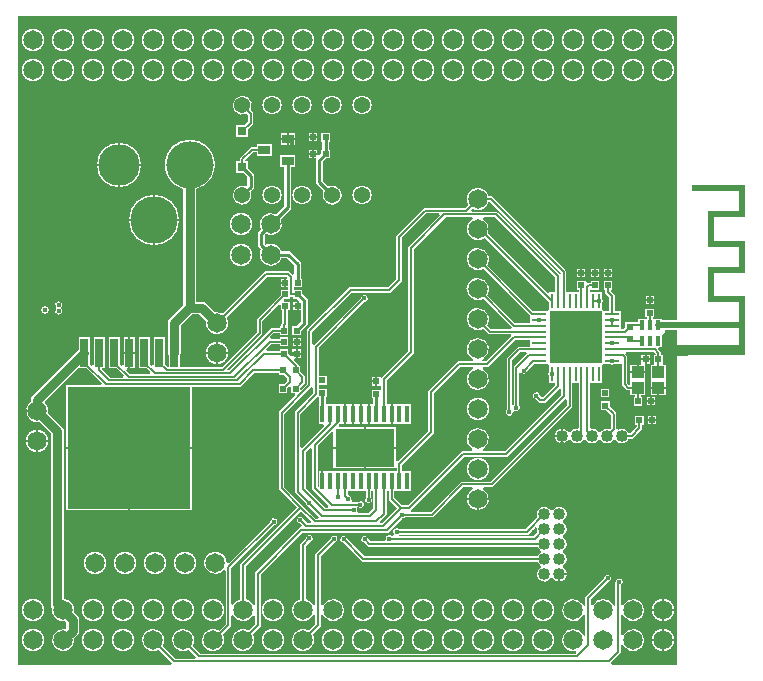
<source format=gtl>
G04 ================== begin FILE IDENTIFICATION RECORD ==================*
G04 Layout Name:  BBB_CAPE_PCB_AN_V_1_1.brd*
G04 Film Name:    TOP*
G04 File Format:  Gerber RS274X*
G04 File Origin:  Cadence Allegro 16.6-2015-S056*
G04 Origin Date:  Tue May 17 20:29:37 2016*
G04 *
G04 Layer:  VIA CLASS/TOP*
G04 Layer:  PIN/TOP*
G04 Layer:  ETCH/TOP*
G04 *
G04 Offset:    (0.00 0.00)*
G04 Mirror:    No*
G04 Mode:      Positive*
G04 Rotation:  0*
G04 FullContactRelief:  No*
G04 UndefLineWidth:     5.00*
G04 ================== end FILE IDENTIFICATION RECORD ====================*
%FSLAX25Y25*MOIN*%
%IR0*IPPOS*OFA0.00000B0.00000*MIA0B0*SFA1.00000B1.00000*%
%ADD23C,.04*%
%ADD11C,.015*%
%ADD16C,.054*%
%ADD10C,.065*%
%ADD30R,.02X.02*%
%ADD24R,.01X.05*%
%ADD17R,.03X.03*%
%ADD26R,.05X.01*%
%ADD27R,.04X.04*%
%ADD12R,.41X.406*%
%ADD28R,.016X.032*%
%ADD21R,.04X.0315*%
%ADD29R,.035X.035*%
%ADD18R,.014X.058*%
%ADD20R,.019X.019*%
%ADD19R,.019X.019*%
%ADD22R,.198X.128*%
%ADD13R,.029X.093*%
%ADD14C,.1378*%
%ADD25R,.17323X.17323*%
%ADD15C,.15748*%
%ADD31C,.01*%
%ADD32C,.02*%
%ADD33C,.03*%
%ADD34C,.035*%
%ADD35C,.005*%
%ADD36C,.006*%
%ADD37C,.008*%
%ADD39C,.02504*%
%ADD43C,.06404*%
%ADD38C,.07504*%
%ADD44R,.05004X.04152*%
%ADD41C,.16752*%
%ADD42R,.02904X.02904*%
%ADD40C,.14784*%
G75*
%LPD*%
G75*
G36*
G01X611301Y1592401D02*
Y1808699D01*
X831000D01*
Y1707202D01*
X825802D01*
Y1707702D01*
X822802D01*
Y1708248D01*
X823252D01*
Y1711152D01*
X820348D01*
Y1708248D01*
X820998D01*
Y1707702D01*
X817998D01*
Y1706602D01*
X815185D01*
X815135Y1706552D01*
X813648D01*
Y1705065D01*
X813053Y1704470D01*
X812252D01*
Y1710376D01*
X810102D01*
Y1715753D01*
X808752Y1717103D01*
Y1717448D01*
X809352D01*
Y1720352D01*
X806448D01*
Y1717448D01*
X807048D01*
Y1716397D01*
X808398Y1715047D01*
Y1710376D01*
X806263D01*
Y1710663D01*
X805976D01*
Y1712899D01*
G03Y1714401I-1002J751D01*
G01Y1716652D01*
X801888D01*
Y1717448D01*
X805052D01*
Y1720352D01*
X802148D01*
Y1719752D01*
X801092D01*
G02X800452Y1720071I-240J319D01*
G01Y1720352D01*
X797548D01*
Y1717448D01*
X798148D01*
Y1716652D01*
X794064D01*
Y1723610D01*
X769173Y1748502D01*
X768145D01*
X768103Y1748646D01*
G03X761213Y1745792I-3603J-1045D01*
G01X761285Y1745660D01*
X760327Y1744702D01*
X746527D01*
X737298Y1735473D01*
Y1720973D01*
X734527Y1718202D01*
X721727D01*
X707498Y1703973D01*
Y1685971D01*
X705593Y1684066D01*
G02X705252Y1684207I-141J141D01*
G01Y1684577D01*
X706952Y1686278D01*
Y1688722D01*
X705351Y1690323D01*
Y1691952D01*
X704802D01*
Y1692473D01*
X703309Y1693966D01*
G02X703592Y1694648I283J282D01*
G01X705552D01*
Y1697552D01*
X702648D01*
Y1695592D01*
G02X701966Y1695309I-400J0D01*
G01X701351Y1695923D01*
Y1697552D01*
X698448D01*
Y1697002D01*
X694242D01*
G02X693959Y1697684I0J400D01*
G01X695473Y1699198D01*
X698448D01*
Y1698648D01*
X701352D01*
Y1701552D01*
X698448D01*
Y1701002D01*
X695542D01*
G02X695259Y1701684I0J400D01*
G01X696473Y1702898D01*
X698448D01*
Y1702348D01*
X701352D01*
Y1705252D01*
X701225D01*
X701123Y1705498D01*
X701202Y1705577D01*
Y1710548D01*
X701752D01*
Y1713452D01*
X700092D01*
G02X699809Y1714134I0J400D01*
G01X700123Y1714448D01*
X701752D01*
Y1714998D01*
X703048D01*
Y1714448D01*
X704394D01*
X704708Y1714134D01*
G02X704425Y1713452I-283J-282D01*
G01X703048D01*
Y1710548D01*
X705550D01*
Y1706807D01*
X703994Y1705252D01*
X702648D01*
Y1702348D01*
X705552D01*
Y1703694D01*
X707752Y1705895D01*
Y1714205D01*
X705952Y1716006D01*
Y1717352D01*
X703202D01*
Y1718248D01*
X705952D01*
Y1721152D01*
X705602D01*
Y1726456D01*
X701856Y1730202D01*
X699087D01*
G03X693869Y1732479I-3587J-1102D01*
G01X693741Y1732417D01*
X693454Y1732704D01*
Y1735696D01*
X693741Y1735983D01*
X693869Y1735921D01*
G03X698879Y1740931I1631J3379D01*
G01X698817Y1741059D01*
X702240Y1744482D01*
Y1758204D01*
X703640D01*
Y1762356D01*
X698636D01*
Y1758204D01*
X700036D01*
Y1745394D01*
X697257Y1742615D01*
G03X692121Y1737669I-1757J-3315D01*
G01X692183Y1737541D01*
X691250Y1736608D01*
Y1731792D01*
X692183Y1730859D01*
X692121Y1730731D01*
G03X699087Y1727998I3380J-1630D01*
G01X700944D01*
X703398Y1725544D01*
Y1722642D01*
G02X702716Y1722359I-400J0D01*
G01X701473Y1723602D01*
X693627D01*
X679540Y1709515D01*
X679408Y1709587D01*
G03X676988Y1710002I-1809J-3287D01*
G01X676887Y1709985D01*
X673442Y1713430D01*
X670612D01*
Y1750996D01*
G03X666410I-2101J8108D01*
G01Y1712381D01*
X661298Y1707270D01*
Y1696350D01*
G03X661435Y1695604I2102J0D01*
G01X661448Y1695569D01*
Y1691702D01*
X661123D01*
X660352Y1692473D01*
Y1701502D01*
X656448D01*
Y1692342D01*
G02X655766Y1692059I-400J0D01*
G01X655352Y1692473D01*
Y1701502D01*
X651448D01*
Y1691198D01*
X654077D01*
X655291Y1689984D01*
G02X655008Y1689302I-283J-282D01*
G01X648523D01*
X647309Y1690516D01*
G02X647592Y1691198I283J282D01*
G01X650352D01*
Y1701502D01*
X646448D01*
Y1692342D01*
G02X645766Y1692059I-400J0D01*
G01X645352Y1692473D01*
Y1701502D01*
X641448D01*
Y1691198D01*
X644077D01*
X646491Y1688784D01*
G02X646208Y1688102I-283J-282D01*
G01X642073D01*
X639302Y1690873D01*
Y1691198D01*
X640352D01*
Y1701502D01*
X636448D01*
Y1692342D01*
G02X635766Y1692059I-400J0D01*
G01X635352Y1692473D01*
Y1695569D01*
X635365Y1695604D01*
G03Y1697096I-1965J746D01*
G01X635352Y1697131D01*
Y1701502D01*
X631448D01*
Y1697370D01*
X615598Y1681520D01*
Y1680008D01*
G03X618312Y1673198I2102J-3108D01*
G01X618413Y1673215D01*
X622298Y1669330D01*
Y1611630D01*
X622615Y1611313D01*
X622598Y1611212D01*
G03X626912Y1606898I3702J-612D01*
G01X627013Y1606915D01*
X627346Y1606582D01*
Y1604618D01*
X627013Y1604285D01*
X626912Y1604302D01*
G03X630002Y1601212I-612J-3702D01*
G01X629985Y1601313D01*
X631550Y1602878D01*
Y1608322D01*
X629985Y1609887D01*
X630002Y1609988D01*
G03X626681Y1614333I-3702J612D01*
G01X626502Y1614351D01*
Y1671070D01*
X621385Y1676187D01*
X621402Y1676288D01*
G03X620255Y1679647I-3702J611D01*
G02X620245Y1680223I273J293D01*
G01X631220Y1691198D01*
X634077D01*
X639091Y1686184D01*
G02X638808Y1685502I-283J-282D01*
G01X627398D01*
Y1643898D01*
X669402D01*
Y1685098D01*
X685473D01*
X689973Y1689598D01*
X698248D01*
Y1689048D01*
X699877D01*
X700950Y1687976D01*
Y1687024D01*
X699777Y1685852D01*
X698148D01*
Y1682948D01*
X701052D01*
Y1684577D01*
X701666Y1685191D01*
G02X702348Y1684908I282J-283D01*
G01Y1682948D01*
X703510D01*
G02X703793Y1682266I0J-400D01*
G01X698198Y1676671D01*
Y1651027D01*
X704275Y1644950D01*
X685398Y1626073D01*
Y1614245D01*
X685254Y1614203D01*
G03X683048Y1612472I1045J-3603D01*
G02X682302Y1612671I-346J200D01*
G01Y1624527D01*
X696571Y1638796D01*
X696645Y1638802D01*
G03X695302Y1640145I-95J1248D01*
G01X695296Y1640071D01*
X681434Y1626209D01*
G02X680751Y1626483I-283J283D01*
G03X679800Y1623903I-3751J-83D01*
G02X680498Y1623636I298J-267D01*
G01Y1606073D01*
X678240Y1603815D01*
X678108Y1603887D01*
G03X679587Y1602408I-1808J-3287D01*
G01X679515Y1602540D01*
X682302Y1605327D01*
Y1608529D01*
G02X683048Y1608728I400J-1D01*
G03X689552I3252J1872D01*
G02X690298Y1608529I346J-200D01*
G01Y1605873D01*
X688240Y1603815D01*
X688108Y1603887D01*
G03X689587Y1602408I-1808J-3287D01*
G01X689515Y1602540D01*
X692102Y1605127D01*
Y1622427D01*
X706073Y1636398D01*
X734573D01*
X739321Y1641146D01*
X739395Y1641152D01*
G03X740169Y1641498I-94J1249D01*
G01X749673D01*
X759773Y1651598D01*
X762429D01*
G02X762628Y1650852I-1J-400D01*
G03X766372I1872J-3252D01*
G02X766571Y1651598I200J346D01*
G01X769473D01*
X796034Y1678159D01*
Y1686348D01*
X798216D01*
Y1671552D01*
G02X797781Y1671153I-400J-1D01*
G03X795406Y1669931I-220J-2492D01*
G02X794716I-345J204D01*
G03Y1667391I-2155J-1270D01*
G02X795406I345J-204D01*
G03X799716I2155J1270D01*
G02X800406I345J-204D01*
G03X804716I2155J1270D01*
G02X805406I345J-204D01*
G03X809716I2155J1270D01*
G02X810406I345J-204D01*
G03X814895Y1667760I2155J1270D01*
G01X816134D01*
X819302Y1670927D01*
Y1672448D01*
X819852D01*
Y1675352D01*
X816948D01*
Y1672448D01*
X817498D01*
Y1671673D01*
X815388Y1669562D01*
X814895D01*
G03X811281Y1670811I-2334J-901D01*
G02X810676Y1671155I-205J344D01*
G01Y1676328D01*
X808452Y1678553D01*
Y1680252D01*
X805548D01*
Y1677348D01*
X807247D01*
X808974Y1675622D01*
Y1671278D01*
X808625Y1670929D01*
X808502Y1670979D01*
G03X805406Y1669931I-941J-2318D01*
G02X804716I-345J204D01*
G03X802326Y1671152I-2156J-1270D01*
G02X801888Y1671550I-38J398D01*
G01Y1686348D01*
X805976D01*
Y1692337D01*
X806263D01*
Y1692624D01*
X808499D01*
G03X810001I751J1002D01*
G01X812648D01*
Y1685547D01*
X814347Y1683848D01*
X815398D01*
Y1682198D01*
X817048D01*
Y1681652D01*
X816448D01*
Y1678748D01*
X819352D01*
Y1681652D01*
X818752D01*
Y1682198D01*
X820402D01*
Y1692748D01*
X821952D01*
Y1695652D01*
X819048D01*
Y1692402D01*
X815398D01*
Y1685552D01*
X815053D01*
X814352Y1686253D01*
Y1695397D01*
X813719Y1696029D01*
G02X814002Y1696712I283J283D01*
G01X823134D01*
X823848Y1695997D01*
Y1695652D01*
X823248D01*
Y1692402D01*
X822198D01*
Y1682198D01*
X827202D01*
Y1692402D01*
X826152D01*
Y1695652D01*
X825552D01*
Y1696703D01*
X824639Y1697615D01*
G02X824922Y1698298I283J283D01*
G01X825802D01*
Y1702477D01*
X826798Y1703473D01*
Y1703627D01*
X826768Y1703657D01*
G02X826909Y1703998I141J141D01*
G01X831000D01*
Y1592401D01*
X809242D01*
G02X808959Y1593084I0J400D01*
G01X812202Y1596327D01*
Y1598713D01*
G02X812958Y1598895I400J0D01*
G03Y1602305I3342J1705D01*
G02X812202Y1602487I-356J182D01*
G01Y1608713D01*
G02X812958Y1608895I400J0D01*
G03Y1612305I3342J1705D01*
G02X812202Y1612487I-356J182D01*
G01Y1618871D01*
G03X810413Y1620095I-541J1129D01*
G01X810407Y1620021D01*
X810398Y1620012D01*
Y1612487D01*
G02X809642Y1612305I-400J0D01*
G03X802958I-3342J-1705D01*
G02X802202Y1612487I-356J182D01*
G01Y1614327D01*
X807821Y1619946D01*
X807895Y1619952D01*
G03X806552Y1621295I-95J1248D01*
G01X806546Y1621221D01*
X800398Y1615073D01*
Y1612487D01*
G02X799642Y1612305I-400J0D01*
G03Y1608895I-3342J-1705D01*
G02X800398Y1608713I356J-182D01*
G01Y1602487D01*
G02X799642Y1602305I-400J0D01*
G03X797006Y1596915I-3342J-1705D01*
G02X797365Y1596239I76J-393D01*
G01X797227Y1596102D01*
X672073D01*
X669515Y1598660D01*
X669587Y1598792D01*
G03X668108Y1597313I-3287J1808D01*
G01X668240Y1597385D01*
X670541Y1595084D01*
G02X670258Y1594402I-283J-282D01*
G01X663773D01*
X659515Y1598660D01*
X659587Y1598792D01*
G03X658108Y1597313I-3287J1808D01*
G01X658240Y1597385D01*
X662541Y1593084D01*
G02X662258Y1592401I-283J-283D01*
G01X611301D01*
G37*
G36*
G01X689552Y1612472D02*
G03X687346Y1614203I-3251J-1872D01*
G01X687202Y1614245D01*
Y1625327D01*
X705550Y1643675D01*
X709041Y1640184D01*
G02X708758Y1639502I-283J-282D01*
G01X707773D01*
X706654Y1640621D01*
X706648Y1640695D01*
G03X705305Y1639352I-1248J-95D01*
G01X705379Y1639346D01*
X705841Y1638884D01*
G02X705558Y1638202I-283J-282D01*
G01X705327D01*
X690298Y1623173D01*
Y1612671D01*
G02X689552Y1612472I-400J1D01*
G37*
G36*
G01X673915Y1707013D02*
X673898Y1706912D01*
G03X680887Y1708108I3702J-612D01*
G01X680815Y1708240D01*
X694373Y1721798D01*
X700727D01*
X701032Y1721493D01*
G02X700891Y1721152I-141J-141D01*
G01X698848D01*
Y1718248D01*
X701398D01*
Y1717352D01*
X698848D01*
Y1715723D01*
X690898Y1707773D01*
Y1703373D01*
X679227Y1691702D01*
X665352D01*
Y1695569D01*
X665365Y1695604D01*
G03X665502Y1696350I-1965J746D01*
G01Y1705530D01*
X669198Y1709226D01*
X671702D01*
X673915Y1707013D01*
G37*
G36*
G01X692702Y1702627D02*
Y1707027D01*
X698166Y1712491D01*
G02X698848Y1712208I282J-283D01*
G01Y1710548D01*
X699398D01*
Y1706323D01*
X698998Y1705923D01*
Y1705252D01*
X698448D01*
Y1704702D01*
X695727D01*
X681527Y1690502D01*
X681059D01*
G02X680918Y1690843I0J200D01*
G01X692702Y1702627D01*
G37*
G36*
G01X713773Y1644802D02*
X707202Y1651373D01*
Y1663198D01*
X708616Y1664612D01*
G02X709298Y1664329I282J-283D01*
G01Y1650979D01*
X714793Y1645484D01*
G02X714510Y1644802I-283J-282D01*
G01X713773D01*
G37*
G36*
G01X710673Y1641102D02*
X700002Y1651773D01*
Y1675925D01*
X709016Y1684939D01*
G02X709698Y1684656I282J-283D01*
G01Y1682873D01*
X703598Y1676773D01*
Y1649727D01*
X707146Y1646179D01*
X707152Y1646105D01*
G03X708305Y1644952I1248J95D01*
G01X708379Y1644946D01*
X711541Y1641784D01*
G02X711258Y1641102I-283J-282D01*
G01X710673D01*
G37*
G36*
G01X711182Y1651645D02*
X711102Y1651725D01*
Y1665400D01*
X715716Y1670014D01*
G02X716398Y1669731I282J-283D01*
G01Y1657898D01*
X737414D01*
Y1657102D01*
X711523D01*
Y1651787D01*
G02X711182Y1651645I-200J0D01*
G37*
G36*
G01X705402Y1664913D02*
Y1676027D01*
X711019Y1681644D01*
X711248Y1681548D01*
X711598D01*
Y1679302D01*
X711523D01*
Y1672498D01*
X712986D01*
G02X713269Y1671815I0J-400D01*
G01X706084Y1664630D01*
G02X705402Y1664913I-282J283D01*
G37*
G36*
G01X713826Y1679302D02*
Y1680256D01*
X713802Y1680281D01*
Y1681548D01*
X714152D01*
Y1684452D01*
X711502D01*
Y1685748D01*
X714152D01*
Y1688652D01*
X711502D01*
Y1698027D01*
X726721Y1713246D01*
X726795Y1713252D01*
G03X725452Y1714595I-95J1248D01*
G01X725446Y1714521D01*
X709984Y1699059D01*
G02X709302Y1699342I-282J283D01*
G01Y1703227D01*
X722473Y1716398D01*
X735273D01*
X739102Y1720227D01*
Y1734727D01*
X747273Y1742898D01*
X751556D01*
G02X751839Y1742216I0J-400D01*
G01X741398Y1731775D01*
Y1696973D01*
X732493Y1688068D01*
G02X732152Y1688209I-141J141D01*
G01Y1688352D01*
X729248D01*
Y1685448D01*
X732296D01*
Y1684152D01*
X729248D01*
Y1681248D01*
X729538D01*
Y1679302D01*
X713826D01*
G37*
G36*
G01X734856Y1647370D02*
X737625Y1644600D01*
X732527Y1639502D01*
X732142D01*
G02X731859Y1640184I0J400D01*
G01X734100Y1642425D01*
Y1650298D01*
X734856D01*
Y1647370D01*
G37*
G36*
G01X721304Y1648958D02*
Y1650298D01*
X727178D01*
Y1648269D01*
G03X728982I902J-869D01*
G01Y1650298D01*
X729738D01*
Y1644513D01*
X728126Y1642902D01*
X724640D01*
G02X724267Y1643446I0J400D01*
G03X724146Y1644589I-1167J454D01*
G02X724313Y1644898I167J109D01*
G01X724528D01*
X724584Y1644850D01*
G03X724531Y1646702I816J950D01*
G01X722740D01*
G02X722367Y1647246I0J400D01*
G03X721462Y1648924I-1167J454D01*
G01X721304Y1648958D01*
G37*
G36*
G01X739273Y1645502D02*
X736658Y1648116D01*
Y1650298D01*
X742077D01*
Y1657102D01*
X739218D01*
Y1659043D01*
X749802Y1669627D01*
Y1682827D01*
X758673Y1691698D01*
X762613D01*
G02X762795Y1690942I0J-400D01*
G03X766205I1705J-3342D01*
G02X766387Y1691698I182J356D01*
G01X767973D01*
X776873Y1700598D01*
X781948D01*
Y1698464D01*
X777890D01*
X774098Y1694673D01*
Y1677369D01*
G03X776250Y1676562I902J-869D01*
G02X776807Y1676949I400J19D01*
G03X778152Y1679018I494J1151D01*
G01Y1689394D01*
G02X778854Y1689656I400J0D01*
G03X781048Y1690381I946J820D01*
G01X781054Y1690455D01*
X783223Y1692624D01*
X787937D01*
Y1692337D01*
X788224D01*
Y1690101D01*
G03Y1688599I1002J-751D01*
G01Y1686348D01*
X790292D01*
Y1685667D01*
X786247Y1681622D01*
X785753D01*
X785254Y1682121D01*
X785248Y1682195D01*
G03X783905Y1680852I-1248J-95D01*
G01X783979Y1680846D01*
X785007Y1679818D01*
X786993D01*
X791579Y1684404D01*
G02X792262Y1684121I283J-283D01*
G01Y1682235D01*
X773628Y1663602D01*
X766571D01*
G02X766372Y1664348I1J400D01*
G03X762628I-1872J3252D01*
G02X762429Y1663602I-200J-346D01*
G01X759227D01*
X741127Y1645502D01*
X739273D01*
G37*
G36*
G01X737202Y1660542D02*
Y1671702D01*
X718369D01*
G02X718086Y1672384I0J400D01*
G01X718200Y1672498D01*
X742077D01*
Y1679302D01*
X734100D01*
Y1687125D01*
X743202Y1696227D01*
Y1731029D01*
X753771Y1741598D01*
X762429D01*
G02X762628Y1740852I-1J-400D01*
G03X766756Y1734602I1873J-3251D01*
G01X766895Y1734706D01*
X788224Y1713377D01*
Y1710663D01*
X787937D01*
Y1710376D01*
X782929D01*
X767688Y1725616D01*
X767763Y1725748D01*
G03X766482Y1724414I-3263J1852D01*
G01X781948Y1708947D01*
Y1706288D01*
X777016D01*
X767688Y1715616D01*
X767763Y1715748D01*
G03X766352Y1714337I-3263J1852D01*
G01X766484Y1714412D01*
X775894Y1705002D01*
G02X775611Y1704320I-283J-282D01*
G01X768985D01*
X767688Y1705616D01*
X767763Y1705748D01*
G03X766482Y1704414I-3263J1852D01*
G01X768279Y1702616D01*
X775376D01*
G02X775659Y1701934I0J-400D01*
G01X767227Y1693502D01*
X766387D01*
G02X766205Y1694258I0J400D01*
G03X762795I-1705J3342D01*
G02X762613Y1693502I-182J-356D01*
G01X757927D01*
X747998Y1683573D01*
Y1670373D01*
X737884Y1660259D01*
G02X737202Y1660542I-282J283D01*
G37*
G36*
G01X742159Y1643984D02*
X759973Y1661798D01*
X774374D01*
X793548Y1680972D01*
G02X794230Y1680689I282J-283D01*
G01Y1678905D01*
X768727Y1653402D01*
X759027D01*
X748927Y1643302D01*
X742442D01*
G02X742159Y1643984I0J400D01*
G37*
G36*
G01X787883Y1716268D02*
X767972Y1736179D01*
G03X766372Y1740852I-3472J1422D01*
G02X766571Y1741598I200J346D01*
G01X770227D01*
X790292Y1721533D01*
Y1716652D01*
X788224D01*
Y1716410D01*
G02X787883Y1716268I-200J0D01*
G37*
G36*
G01X762259Y1744084D02*
X762560Y1744385D01*
X762692Y1744313D01*
G03X768103Y1746554I1808J3287D01*
G01X768145Y1746698D01*
X768427D01*
X792262Y1722864D01*
Y1722596D01*
G02X791920Y1722455I-200J0D01*
G01X770973Y1743402D01*
X762542D01*
G02X762259Y1744084I0J400D01*
G37*
G36*
G01X775902Y1678920D02*
Y1693927D01*
X778636Y1696662D01*
X780598D01*
G02X780881Y1695979I0J-400D01*
G01X776448Y1691547D01*
Y1679018D01*
G03X776267Y1678807I854J-916D01*
G01X775902Y1678920D01*
G37*
G36*
G01X836000Y1752300D02*
Y1750300D01*
X851500D01*
Y1743600D01*
X841100D01*
Y1731800D01*
X851500D01*
Y1725100D01*
X841100D01*
Y1713300D01*
X851500D01*
Y1706600D01*
X832200D01*
Y1704600D01*
X851500D01*
Y1699100D01*
X832200D01*
Y1695600D01*
X853500D01*
Y1715300D01*
X843100D01*
Y1723100D01*
X853500D01*
Y1733800D01*
X843100D01*
Y1741700D01*
X853500D01*
Y1752300D01*
X836000D01*
G37*
%LPC*%
G75*
G36*
G01X689660Y1772586D02*
X688002Y1770927D01*
Y1768198D01*
X683998D01*
Y1772202D01*
X686727D01*
X687858Y1773332D01*
Y1775768D01*
X687535Y1776090D01*
G02X688875Y1777491I-1535J2810D01*
G01X688812Y1777363D01*
X689660Y1776514D01*
Y1772586D01*
G37*
G36*
G01X713906Y1761248D02*
X712750Y1760093D01*
Y1753707D01*
X714653Y1751805D01*
G02X713042Y1750126I1347J-2905D01*
G01X713093Y1750249D01*
X710548Y1752795D01*
Y1761248D01*
X708148D01*
Y1764152D01*
X711052D01*
Y1762475D01*
G03X711734Y1762192I400J0D01*
G01X712348Y1762806D01*
Y1764152D01*
X712698D01*
Y1766748D01*
X712348D01*
Y1769652D01*
X715252D01*
Y1766748D01*
X714902D01*
Y1764152D01*
X715252D01*
Y1761248D01*
X713906D01*
G37*
G36*
G01X689860Y1751203D02*
X688905Y1750247D01*
G02X687226Y1751858I-2905J-1347D01*
G01X687349Y1751807D01*
X687658Y1752115D01*
Y1754985D01*
X686444Y1756198D01*
X683998D01*
Y1760202D01*
X685148D01*
Y1761253D01*
X688767Y1764872D01*
X690762D01*
Y1766096D01*
X695766D01*
Y1761944D01*
X690762D01*
Y1763168D01*
X689473D01*
X686852Y1760547D01*
Y1760202D01*
X688002D01*
Y1757756D01*
X689860Y1755897D01*
Y1751203D01*
G37*
G36*
G01X625708Y1711438D02*
G03Y1711162I145J-138D01*
G02X623892I-908J-862D01*
G03Y1711438I-145J138D01*
G02X625708I908J862D01*
G37*
G36*
G01X789545Y1621330D02*
G03X788855I-345J-204D01*
G02X785430Y1624755I-2155J1270D01*
G03Y1625445I-204J345D01*
G02X784366Y1626698I1269J2156D01*
G01X726027D01*
X719779Y1632946D01*
X719705Y1632952D01*
G02X721048Y1634295I95J1248D01*
G01X721054Y1634221D01*
X726773Y1628502D01*
X784366D01*
G02X785430Y1629755I2333J-903D01*
G03Y1630445I-204J345D01*
G02X784366Y1631698I1269J2156D01*
G01X728027D01*
X726779Y1632946D01*
X726705Y1632952D01*
G02X728048Y1634295I95J1248D01*
G01X728054Y1634221D01*
X728773Y1633502D01*
X733425D01*
G03X733806Y1634022I0J400D01*
G02X735816Y1635350I1194J378D01*
G01X735872Y1635302D01*
X736184D01*
G03X736503Y1635943I0J400D01*
G02X738369Y1637602I997J758D01*
G01X780427D01*
X784410Y1641585D01*
X784363Y1641706D01*
G02X788855Y1643870I2337J893D01*
G03X789545I345J204D01*
G02X792970Y1640445I2155J-1270D01*
G03Y1639755I204J-345D01*
G02Y1635445I-1270J-2155D01*
G03Y1634755I204J-345D01*
G02Y1630445I-1270J-2155D01*
G03Y1629755I204J-345D01*
G02Y1625445I-1270J-2155D01*
G03Y1624755I204J-345D01*
G02X789545Y1621330I-1270J-2155D01*
G37*
G36*
G01X709515Y1602540D02*
X709587Y1602408D01*
G02X708108Y1603887I-3287J-1808D01*
G01X708240Y1603815D01*
X710398Y1605973D01*
Y1608713D01*
G03X709642Y1608895I-400J0D01*
G02X705254Y1614203I-3342J1705D01*
G01X705398Y1614245D01*
Y1632773D01*
X707146Y1634521D01*
X707152Y1634595D01*
G02X708495Y1633252I1248J-95D01*
G01X708421Y1633246D01*
X707202Y1632027D01*
Y1614245D01*
X707346Y1614203D01*
G02X709642Y1612305I-1046J-3603D01*
G03X710398Y1612487I356J182D01*
G01Y1629373D01*
X715346Y1634321D01*
X715352Y1634395D01*
G02X716695Y1633052I1248J-95D01*
G01X716621Y1633046D01*
X712202Y1628627D01*
Y1612487D01*
G03X712958Y1612305I400J0D01*
G02Y1608895I3342J-1705D01*
G03X712202Y1608713I-356J-182D01*
G01Y1605227D01*
X709515Y1602540D01*
G37*
G54D39*
X620400Y1710727D03*
G54D43*
X696000Y1748900D03*
X706000D03*
X716000Y1778900D03*
X706000D03*
X696000D03*
X726000Y1748900D03*
Y1778900D03*
G54D38*
X616300Y1610600D03*
Y1600600D03*
X617700Y1666900D03*
X616400Y1790500D03*
Y1800500D03*
X636300Y1610600D03*
Y1600600D03*
X637000Y1626400D03*
X636400Y1790500D03*
X626400D03*
X636400Y1800500D03*
X626400D03*
X666300Y1610600D03*
X656300D03*
X646300D03*
Y1600600D03*
X647000Y1626400D03*
X657000D03*
X667000D03*
X666400Y1790500D03*
X656400D03*
X646400D03*
X666400Y1800500D03*
X656400D03*
X646400D03*
X676300Y1610600D03*
X685500Y1729100D03*
Y1739300D03*
X686400Y1790500D03*
X676400D03*
X686400Y1800500D03*
X676400D03*
X696300Y1610600D03*
X716300Y1600600D03*
X696300D03*
X716400Y1790500D03*
X706400D03*
X696400D03*
X716400Y1800500D03*
X706400D03*
X696400D03*
X746300Y1610600D03*
X736300D03*
X726300D03*
X746300Y1600600D03*
X736300D03*
X726300D03*
X746400Y1790500D03*
X736400D03*
X726400D03*
X746400Y1800500D03*
X736400D03*
X726400D03*
X766300Y1610600D03*
X756300D03*
X766300Y1600600D03*
X756300D03*
X766400Y1790500D03*
X756400D03*
X766400Y1800500D03*
X756400D03*
X786300Y1610600D03*
X776300D03*
X786300Y1600600D03*
X776300D03*
X796400Y1790500D03*
X786400D03*
X776400D03*
X796400Y1800500D03*
X786400D03*
X776400D03*
X816400Y1790500D03*
X806400D03*
X816400Y1800500D03*
X806400D03*
X826300Y1610600D03*
Y1600600D03*
X826400Y1790500D03*
Y1800500D03*
X677600Y1696300D03*
X764500Y1677600D03*
Y1657600D03*
G54D44*
X701138Y1767760D03*
G54D41*
X656700Y1740600D03*
G54D42*
X704100Y1700100D03*
X709600Y1768200D03*
X807000Y1683000D03*
X807900Y1723100D03*
X803600D03*
X799000D03*
X822600Y1673900D03*
X822100Y1680200D03*
X821800Y1713900D03*
G54D40*
X644889Y1759104D03*
%LPD*%
G75*
G36*
G01X738320Y1635302D02*
X738207Y1635667D01*
G03X738369Y1635798I-704J1036D01*
G01X781173D01*
X783528Y1638153D01*
G02X784209Y1637833I283J-283D01*
G03X784363Y1636706I2491J-234D01*
G01X784410Y1636585D01*
X783127Y1635302D01*
X738320D01*
G37*
G54D10*
X616300Y1610600D03*
Y1600600D03*
X617700Y1666900D03*
Y1676900D03*
X616400Y1790500D03*
Y1800500D03*
X636300Y1610600D03*
X626300D03*
X636300Y1600600D03*
X626300D03*
X637000Y1626400D03*
X636400Y1790500D03*
X626400D03*
X636400Y1800500D03*
X626400D03*
X666300Y1610600D03*
X656300D03*
X646300D03*
X666300Y1600600D03*
X656300D03*
X646300D03*
X647000Y1626400D03*
X657000D03*
X667000D03*
X666400Y1790500D03*
X656400D03*
X646400D03*
X666400Y1800500D03*
X656400D03*
X646400D03*
X686300Y1610600D03*
X676300D03*
X686300Y1600600D03*
X676300D03*
X677000Y1626400D03*
X677600Y1696300D03*
Y1706300D03*
X685500Y1729100D03*
Y1739300D03*
X686400Y1790500D03*
X676400D03*
X686400Y1800500D03*
X676400D03*
X716300Y1610600D03*
X706300D03*
X696300D03*
X716300Y1600600D03*
X706300D03*
X696300D03*
X695500Y1729100D03*
Y1739300D03*
X716400Y1790500D03*
X706400D03*
X696400D03*
X716400Y1800500D03*
X706400D03*
X696400D03*
X746300Y1610600D03*
X736300D03*
X726300D03*
X746300Y1600600D03*
X736300D03*
X726300D03*
X746400Y1790500D03*
X736400D03*
X726400D03*
X746400Y1800500D03*
X736400D03*
X726400D03*
X766300Y1610600D03*
X756300D03*
X766300Y1600600D03*
X756300D03*
X764500Y1667600D03*
Y1657600D03*
Y1647600D03*
Y1687600D03*
Y1677600D03*
Y1717600D03*
Y1707600D03*
Y1697600D03*
Y1737600D03*
Y1727600D03*
Y1747600D03*
X766400Y1790500D03*
X756400D03*
X766400Y1800500D03*
X756400D03*
X796300Y1610600D03*
X786300D03*
X776300D03*
X796300Y1600600D03*
X786300D03*
X776300D03*
X796400Y1790500D03*
X786400D03*
X776400D03*
X796400Y1800500D03*
X786400D03*
X776400D03*
X816300Y1610600D03*
X806300D03*
X816300Y1600600D03*
X806300D03*
X816400Y1790500D03*
X806400D03*
X816400Y1800500D03*
X806400D03*
X826300Y1610600D03*
Y1600600D03*
X826400Y1790500D03*
Y1800500D03*
G54D20*
X712700Y1687200D03*
Y1683000D03*
X730700Y1682700D03*
Y1686900D03*
X807000Y1683000D03*
Y1678800D03*
X815100Y1705100D03*
Y1700900D03*
X807900Y1723100D03*
Y1718900D03*
X803600Y1723100D03*
Y1718900D03*
X799000Y1723100D03*
Y1718900D03*
X821800Y1713900D03*
Y1709700D03*
G54D11*
X612710Y1636008D03*
Y1626008D03*
Y1616008D03*
Y1656008D03*
Y1646008D03*
Y1686008D03*
Y1676008D03*
Y1666008D03*
Y1706008D03*
Y1696008D03*
Y1736008D03*
Y1726008D03*
Y1716008D03*
Y1766008D03*
Y1756008D03*
Y1746008D03*
Y1776008D03*
X632710Y1636008D03*
X639800Y1618400D03*
X631800Y1618000D03*
X635931Y1661523D03*
X630931D03*
X635931Y1656523D03*
X630931D03*
X635931Y1651523D03*
X630931D03*
X635931Y1646523D03*
X630931D03*
X635931Y1676523D03*
X630931D03*
X635931Y1671523D03*
X630931D03*
X635931Y1666523D03*
X630931D03*
X622710Y1676008D03*
Y1696008D03*
X624800Y1710300D03*
X620400Y1710727D03*
X624800Y1712300D03*
X632710Y1736008D03*
X622710D03*
X632710Y1726008D03*
X622710D03*
X632710Y1766008D03*
Y1756008D03*
X622710D03*
X632710Y1746008D03*
X622710D03*
X632710Y1776008D03*
X664000Y1620300D03*
X662710Y1636008D03*
X652710D03*
X642710D03*
X660600Y1617600D03*
X665874Y1661947D03*
Y1656947D03*
Y1651947D03*
Y1646947D03*
X660931Y1661523D03*
X655931D03*
X650931D03*
X645931D03*
X640931D03*
X660931Y1656523D03*
X655931D03*
X650931D03*
X645931D03*
X640931D03*
X660931Y1651523D03*
X655931D03*
X650931D03*
X645931D03*
X640931D03*
X660931Y1646523D03*
X655931D03*
X650931D03*
X645931D03*
X640931D03*
X665874Y1671947D03*
Y1666947D03*
X660931Y1676523D03*
X655931D03*
X650931D03*
X645931D03*
X640931D03*
X660931Y1671523D03*
X655931D03*
X650931D03*
X645931D03*
X640931D03*
X660931Y1666523D03*
X655931D03*
X650931D03*
X645931D03*
X640931D03*
X648400Y1664700D03*
X652710Y1706008D03*
X642710Y1736008D03*
X662710Y1726008D03*
X652710D03*
X642710D03*
X662710Y1716008D03*
X652710D03*
X642710Y1746008D03*
X662710Y1776008D03*
X683800Y1620300D03*
X682710Y1636008D03*
X672710D03*
Y1656008D03*
X682710Y1646008D03*
Y1676008D03*
X672710D03*
X682710Y1666008D03*
X672710D03*
X682710Y1706008D03*
X670300Y1704900D03*
X670100Y1696500D03*
X672710Y1726008D03*
X682710Y1716008D03*
X672710D03*
X682710Y1766008D03*
Y1756008D03*
X690500Y1744600D03*
X681700D03*
X682900Y1774200D03*
X672710Y1776008D03*
X686000Y1770200D03*
X716600Y1634300D03*
X708400Y1634500D03*
X699800Y1635500D03*
X702710Y1616008D03*
X705400Y1640600D03*
X696550Y1640050D03*
X708400Y1646200D03*
X712600Y1660400D03*
X708100Y1658200D03*
X702710Y1656008D03*
X692710D03*
Y1646008D03*
X708300Y1674100D03*
X692710Y1686008D03*
X702710Y1676008D03*
X692710D03*
X702710Y1666008D03*
X692710D03*
X712600Y1687200D03*
Y1683100D03*
X696700Y1707300D03*
X702710Y1706008D03*
X712710Y1696008D03*
X702710D03*
X712710Y1736008D03*
X702710D03*
X712710Y1726008D03*
Y1716008D03*
X692710D03*
X702710Y1766008D03*
X692710Y1756008D03*
X710000Y1743400D03*
X712300Y1772900D03*
X702100Y1773400D03*
X692500Y1773500D03*
X722800Y1634600D03*
X729500Y1634500D03*
X722710Y1626008D03*
X719800Y1634200D03*
X726800D03*
X735000Y1634400D03*
X737500Y1636700D03*
X739300Y1642400D03*
X728080Y1647400D03*
X738316Y1653616D03*
X735500Y1644800D03*
X724400Y1648600D03*
X722961Y1653739D03*
X717900Y1648200D03*
X721200Y1647700D03*
X723100Y1643900D03*
X725400Y1645800D03*
X733200Y1676100D03*
X742710Y1686008D03*
X722710D03*
X738316Y1675984D03*
X730600Y1682800D03*
X726700Y1714500D03*
X732710Y1706008D03*
X722710D03*
X732710Y1696008D03*
X722710D03*
X742710Y1736008D03*
X732710D03*
X722710D03*
X732710Y1726008D03*
X722710D03*
X742710Y1766008D03*
X732710D03*
X722710D03*
X742710Y1746008D03*
X732710D03*
X721500Y1743100D03*
X742710Y1776008D03*
X732710D03*
X721400Y1772000D03*
X761700Y1619800D03*
X755800Y1655000D03*
X752710Y1736008D03*
X762710Y1766008D03*
X752710D03*
Y1746008D03*
X762710Y1776008D03*
X752710D03*
X783100Y1636500D03*
X792710Y1616008D03*
X780600Y1618900D03*
X772500Y1619900D03*
X792710Y1656008D03*
X782710D03*
X792710Y1646008D03*
X782710D03*
Y1686008D03*
Y1676008D03*
X792710Y1666008D03*
X789226Y1689350D03*
X775000Y1676500D03*
X784000Y1682100D03*
X777300Y1678100D03*
X777400Y1693700D03*
X792710Y1706008D03*
Y1696008D03*
X784906Y1707406D03*
X779800Y1690476D03*
X769300Y1740000D03*
X792710Y1736008D03*
X782710Y1716008D03*
X769000Y1744500D03*
X792710Y1766008D03*
X782710D03*
X792710Y1756008D03*
X782710D03*
X772710D03*
X792710Y1746008D03*
X782710D03*
X792710Y1776008D03*
X782710D03*
X772710D03*
X802710Y1636008D03*
Y1626008D03*
X807800Y1621200D03*
X811661Y1620000D03*
X812710Y1656008D03*
X802710D03*
X812710Y1646008D03*
X802710D03*
X806900Y1683000D03*
X812710Y1676008D03*
X802710D03*
Y1706008D03*
Y1696008D03*
X809250Y1693626D03*
Y1707406D03*
X804974Y1713650D03*
X809232Y1699532D03*
X799000Y1718900D03*
X812710Y1736008D03*
X802710D03*
X812710Y1726008D03*
X802710D03*
X812710Y1716008D03*
Y1766008D03*
X802710D03*
X812710Y1756008D03*
X802710D03*
X812710Y1746008D03*
X802710D03*
X812710Y1776008D03*
X802710D03*
X822710Y1636008D03*
Y1626008D03*
X822200Y1620300D03*
X822710Y1656008D03*
Y1646008D03*
Y1676008D03*
Y1666008D03*
X824500Y1700400D03*
X821900D03*
X822710Y1736008D03*
Y1726008D03*
Y1716008D03*
Y1766008D03*
Y1756008D03*
Y1746008D03*
Y1776008D03*
G54D21*
X693264Y1764020D03*
X701138Y1760280D03*
Y1767760D03*
G54D12*
X648400Y1664700D03*
G54D30*
X833200Y1705600D03*
G54D31*
G01X686000Y1758200D02*
X688759Y1755441D01*
Y1751659D01*
X686000Y1748900D01*
G01X712725Y1675900D02*
Y1679800D01*
X712700Y1679825D01*
Y1683000D01*
G01X704100Y1703800D02*
X706651Y1706351D01*
Y1713749D01*
X704500Y1715900D01*
G01X701138Y1760280D02*
Y1744938D01*
X695500Y1739300D01*
G01X704500Y1719700D02*
Y1726000D01*
X701400Y1729100D01*
X695500D01*
G01Y1739300D02*
X692352Y1736152D01*
Y1732248D01*
X695500Y1729100D01*
G01X713800Y1762700D02*
Y1768200D01*
G01X716000Y1748900D02*
X711649Y1753251D01*
Y1760549D01*
X713800Y1762700D01*
G01X730639Y1675900D02*
Y1680689D01*
X730700Y1680750D01*
Y1682700D01*
G54D13*
X633400Y1696350D03*
X638400D03*
X643400D03*
X648400D03*
X653400D03*
X658400D03*
X663400D03*
G54D22*
X726800Y1664800D03*
G54D32*
G01X833200Y1705600D02*
X824500D01*
G54D14*
X644889Y1759104D03*
G54D23*
X791700Y1622600D03*
X786700D03*
X791700Y1627600D03*
X786700D03*
X791700Y1632600D03*
X786700D03*
X791700Y1637600D03*
X786700D03*
X791700Y1642600D03*
X786700D03*
X792561Y1668661D03*
X812561D03*
X807561D03*
X802561D03*
X797561D03*
G54D33*
G01X626300Y1610600D02*
X629448Y1607452D01*
Y1603748D01*
X626300Y1600600D01*
G01X617700Y1676900D02*
X624400Y1670200D01*
Y1612500D01*
X626300Y1610600D01*
G01X633400Y1696350D02*
X617700Y1680650D01*
Y1676900D01*
G01X663400Y1696350D02*
Y1706400D01*
X668328Y1711328D01*
G01X668511Y1759104D02*
Y1711511D01*
X668328Y1711328D01*
G01D02*
X672572D01*
X677600Y1706300D01*
G54D15*
X656700Y1740600D03*
X668511Y1759104D03*
G54D24*
X793163Y1689350D03*
X791194D03*
X789226D03*
Y1713650D03*
X791194D03*
X793163D03*
X804974Y1689350D03*
X803006D03*
X801037D03*
X799068D03*
X797100D03*
X795132D03*
Y1713650D03*
X797100D03*
X799068D03*
X801037D03*
X803006D03*
X804974D03*
G54D34*
G01X833950Y1697350D02*
X829575D01*
G54D25*
X797100Y1701500D03*
G54D16*
X686000Y1748900D03*
Y1778900D03*
X696000Y1748900D03*
X706000D03*
X716000D03*
Y1778900D03*
X706000D03*
X696000D03*
X726000Y1748900D03*
Y1778900D03*
G54D35*
G01X693264Y1764020D02*
X689120D01*
X686000Y1760900D01*
Y1758200D01*
G01X764500Y1707600D02*
X768632Y1703468D01*
X784950D01*
G01X764500Y1717600D02*
X776663Y1705437D01*
X784950D01*
G01X764500Y1727600D02*
X782726Y1709374D01*
X784950D01*
G01X777300Y1678100D02*
Y1691194D01*
X781700Y1695594D01*
X784950D01*
G01X809250D02*
X812950D01*
X813500Y1695044D01*
Y1685900D01*
X814700Y1684700D01*
X817900D01*
G01D02*
Y1680200D01*
G01X797561Y1668661D02*
X799068Y1670168D01*
Y1689350D01*
G01X807561Y1668661D02*
X809825Y1670925D01*
Y1675975D01*
X807000Y1678800D01*
G01X802561Y1668661D02*
X801037Y1670185D01*
Y1689350D01*
G01X809250Y1709374D02*
Y1715400D01*
X807900Y1716750D01*
Y1718900D01*
G01X799000D02*
Y1717200D01*
X799068Y1717132D01*
Y1713650D01*
G01X809250Y1697563D02*
X823487D01*
X824700Y1696350D01*
Y1694200D01*
G01X801037Y1713650D02*
Y1718487D01*
X801450Y1718900D01*
X803600D01*
G01X824700Y1694200D02*
Y1689900D01*
G54D26*
X784950Y1693626D03*
Y1695594D03*
Y1697563D03*
Y1699532D03*
Y1701500D03*
Y1703468D03*
Y1705437D03*
Y1707406D03*
Y1709374D03*
X809250D03*
Y1707406D03*
Y1705437D03*
Y1703468D03*
Y1701500D03*
Y1699532D03*
Y1697563D03*
Y1695594D03*
Y1693626D03*
G54D17*
X686000Y1758200D03*
Y1770200D03*
G54D36*
G01X613748Y1666900D02*
X617700D01*
G01Y1662948D02*
Y1666900D01*
G01X627198Y1664700D02*
X648400D01*
G01X617700Y1666900D02*
Y1670852D01*
G01Y1666900D02*
X621652D01*
G01X699700Y1690500D02*
X689600D01*
X685100Y1686000D01*
X640550D01*
X633400Y1693150D01*
Y1696350D01*
G01X638400D02*
Y1690500D01*
X641700Y1687200D01*
X684300D01*
X693200Y1696100D01*
X699900D01*
G01X637297Y1759104D02*
X644889D01*
G01X811661Y1620000D02*
X811300Y1619639D01*
Y1596700D01*
X808100Y1593500D01*
X663400D01*
X656300Y1600600D01*
G01X648400Y1643698D02*
Y1664700D01*
G01D02*
X669602D01*
G01X643400Y1696350D02*
Y1693150D01*
X648150Y1688400D01*
X683400D01*
X695100Y1700100D01*
X699900D01*
G01X648400Y1690998D02*
Y1696350D01*
G01D02*
Y1701702D01*
G01X646248Y1696350D02*
X648400D01*
G01D02*
X650552D01*
G01X653400D02*
Y1693150D01*
X656950Y1689600D01*
X681900D01*
X696100Y1703800D01*
X699900D01*
G01X658400Y1696350D02*
Y1693150D01*
X660750Y1690800D01*
X679600D01*
X691800Y1703000D01*
Y1707400D01*
X700300Y1715900D01*
G01X656700Y1732024D02*
Y1740600D01*
G01D02*
Y1749176D01*
G01X648124Y1740600D02*
X656700D01*
G01D02*
X665276D01*
G01X644889Y1751512D02*
Y1759104D01*
G01D02*
Y1766696D01*
G01Y1759104D02*
X652481D01*
G01X696550Y1640050D02*
X681400Y1624900D01*
Y1605700D01*
X676300Y1600600D01*
G01X686300D02*
X691200Y1605500D01*
Y1622800D01*
X705700Y1637300D01*
X734200D01*
X739300Y1642400D01*
G01X686300Y1610600D02*
Y1625700D01*
X705400Y1644800D01*
G01X807800Y1621200D02*
X801300Y1614700D01*
Y1598900D01*
X797600Y1595200D01*
X671700D01*
X666300Y1600600D01*
G01X704500Y1715900D02*
X702350D01*
X702300Y1715950D01*
Y1721500D01*
X701100Y1722700D01*
X694000D01*
X677600Y1706300D01*
G01Y1692348D02*
Y1696300D01*
G01D02*
Y1700252D01*
G01X673648Y1696300D02*
X677600D01*
G01D02*
X681552D01*
G01X686000Y1770200D02*
X688759Y1772959D01*
Y1776141D01*
X686000Y1778900D01*
G01X716600Y1634300D02*
X711300Y1629000D01*
Y1605600D01*
X706300Y1600600D01*
G01X708400Y1634500D02*
X706300Y1632400D01*
Y1610600D01*
G01X705400Y1640600D02*
X707400Y1638600D01*
X732900D01*
X738900Y1644600D01*
G01X733198Y1653700D02*
Y1642798D01*
X730600Y1640200D01*
X710300D01*
X705700Y1644800D01*
X705400D01*
G01X764500Y1747600D02*
X760700Y1743800D01*
X746900D01*
X738200Y1735100D01*
Y1720600D01*
X734900Y1717300D01*
X722100D01*
X708400Y1703600D01*
Y1685598D01*
X699100Y1676298D01*
Y1651400D01*
X705400Y1645100D01*
Y1644800D01*
G01X708400Y1646200D02*
X712600Y1642000D01*
X728499D01*
X730639Y1644140D01*
Y1653700D01*
G01X726700Y1714500D02*
X710600Y1698400D01*
Y1682500D01*
X704500Y1676400D01*
Y1650100D01*
X708400Y1646200D01*
G01X712725Y1653700D02*
Y1660275D01*
G01D02*
X712600Y1660400D01*
G01X723100Y1643900D02*
X713400D01*
X706300Y1651000D01*
Y1663571D01*
X715284Y1672555D01*
Y1675900D01*
G01X725400Y1645800D02*
X715752D01*
X710200Y1651352D01*
Y1665773D01*
X717843Y1673416D01*
Y1675900D01*
G01X716198Y1664800D02*
X726800D01*
G01X703800Y1684400D02*
X706051Y1686651D01*
Y1688349D01*
X703900Y1690500D01*
G01X699700D02*
X701851Y1688349D01*
Y1686651D01*
X699600Y1684400D01*
G01X704100Y1698448D02*
Y1700100D01*
G01D02*
Y1701752D01*
G01X702448Y1700100D02*
X704100D01*
G01D02*
X705752D01*
G01X704500Y1710348D02*
Y1712000D01*
G01D02*
Y1713652D01*
G01X702848Y1712000D02*
X704500D01*
G01X704100Y1694448D02*
Y1696100D01*
G01D02*
Y1697752D01*
G01X702448Y1696100D02*
X704100D01*
G01D02*
X705752D01*
G01X700300Y1712000D02*
Y1705950D01*
X699900Y1705550D01*
Y1703800D01*
G01X703900Y1690500D02*
Y1692100D01*
X699900Y1696100D01*
G01X700300Y1718048D02*
Y1719700D01*
G01D02*
Y1721352D01*
G01X698648Y1719700D02*
X700300D01*
G01X701138Y1765483D02*
Y1767760D01*
G01X709600Y1761048D02*
Y1762700D01*
G01D02*
Y1764352D01*
G01X707948Y1762700D02*
X709600D01*
G01D02*
X711252D01*
G01X701138Y1767760D02*
Y1770037D01*
G01X698436Y1767760D02*
X701138D01*
G01D02*
X703840D01*
G01X709600Y1766548D02*
Y1768200D01*
G01D02*
Y1769852D01*
G01X707948Y1768200D02*
X709600D01*
G01D02*
X711252D01*
G01X719800Y1634200D02*
X726400Y1627600D01*
X786700D01*
G01X726800Y1634200D02*
X728400Y1632600D01*
X786700D01*
G01X735000Y1634400D02*
X783500D01*
X786700Y1637600D01*
G01X737500Y1636700D02*
X780800D01*
X786700Y1642600D01*
G01X793163Y1689350D02*
Y1681862D01*
X774001Y1662700D01*
X759600D01*
X741500Y1644600D01*
X738900D01*
G01X735757Y1653700D02*
Y1647743D01*
X738900Y1644600D01*
G01X728080Y1653700D02*
Y1647400D01*
G01X739300Y1642400D02*
X749300D01*
X759400Y1652500D01*
X769100D01*
X795132Y1678532D01*
Y1689350D01*
G01X784950Y1701500D02*
X776500D01*
X767600Y1692600D01*
X758300D01*
X748900Y1683200D01*
Y1670000D01*
X738316Y1659416D01*
Y1653700D01*
G01D02*
Y1653616D01*
G01X726800Y1657698D02*
Y1664800D01*
G01X722961Y1653700D02*
Y1653739D01*
G01X717900Y1648200D02*
X717843Y1648257D01*
Y1653700D01*
G01X721200Y1647700D02*
X720402Y1648498D01*
Y1653700D01*
G01X791194Y1713650D02*
Y1721906D01*
X770600Y1742500D01*
X753398D01*
X742300Y1731402D01*
Y1696600D01*
X733198Y1687498D01*
Y1675900D01*
G01X730700Y1685248D02*
Y1686900D01*
G01D02*
Y1688552D01*
G01X729048Y1686900D02*
X730700D01*
G01X726800Y1664800D02*
Y1671902D01*
G01Y1664800D02*
X737402D01*
G01X735757Y1672298D02*
Y1675900D01*
G01D02*
Y1679502D01*
G01X728080Y1672298D02*
Y1675900D01*
G01D02*
Y1679502D01*
G01X725520Y1672298D02*
Y1675900D01*
G01D02*
Y1679502D01*
G01X722961Y1672298D02*
Y1675900D01*
G01D02*
Y1679502D01*
G01X720402Y1672298D02*
Y1675900D01*
G01D02*
Y1679502D01*
G01X738316Y1675900D02*
Y1675984D01*
G01X764500Y1643648D02*
Y1647600D01*
G01X760548D02*
X764500D01*
G01D02*
X768452D01*
G01X764500Y1737600D02*
X765276D01*
X789226Y1713650D01*
G01X793163D02*
Y1723237D01*
X768800Y1747600D01*
X764500D01*
G01X791700Y1619898D02*
Y1622600D01*
G01D02*
X794402D01*
G01X792561Y1665959D02*
Y1668661D01*
G01D02*
Y1671363D01*
G01X789859Y1668661D02*
X792561D01*
G01X775000Y1676500D02*
Y1694300D01*
X778263Y1697563D01*
X784950D01*
G01X784000Y1682100D02*
X785380Y1680720D01*
X786620D01*
X791194Y1685294D01*
Y1689350D01*
G01X784950Y1707406D02*
X784906D01*
G01X779800Y1690476D02*
X782950Y1693626D01*
X784950D01*
G01X812561Y1668661D02*
X815761D01*
X818400Y1671300D01*
Y1673900D01*
G01X818848Y1694200D02*
X820500D01*
G01X817900Y1689900D02*
Y1692602D01*
G01X815198Y1689900D02*
X817900D01*
G01D02*
X820602D01*
G01X809250Y1707406D02*
Y1705437D01*
G01X804974Y1713650D02*
X803006D01*
G01X809250Y1699532D02*
X809232D01*
G01X799000Y1721448D02*
Y1723100D01*
G01D02*
Y1724752D01*
G01X797348Y1723100D02*
X799000D01*
G01D02*
X800652D01*
G01X803600Y1721448D02*
Y1723100D01*
G01D02*
Y1724752D01*
G01X801948Y1723100D02*
X803600D01*
G01D02*
X805252D01*
G01X807900Y1721448D02*
Y1723100D01*
G01D02*
Y1724752D01*
G01X806248Y1723100D02*
X807900D01*
G01D02*
X809552D01*
G01X826300Y1596648D02*
Y1600600D01*
G01D02*
Y1604552D01*
G01X822348Y1600600D02*
X826300D01*
G01D02*
X830252D01*
G01X826300Y1606648D02*
Y1610600D01*
G01D02*
Y1614552D01*
G01X822348Y1610600D02*
X826300D01*
G01D02*
X830252D01*
G01X824700Y1681998D02*
Y1684700D01*
G01X821998D02*
X824700D01*
G01D02*
X827402D01*
G01X822100Y1678548D02*
Y1680200D01*
G01D02*
Y1681852D01*
G01X820448Y1680200D02*
X822100D01*
G01D02*
X823752D01*
G01X822600Y1672248D02*
Y1673900D01*
G01D02*
Y1675552D01*
G01X820948Y1673900D02*
X822600D01*
G01D02*
X824252D01*
G01X821800Y1712248D02*
Y1713900D01*
G01D02*
Y1715552D01*
G01X820148Y1713900D02*
X821800D01*
G01D02*
X823452D01*
G01X820500Y1692548D02*
Y1694200D01*
G01D02*
Y1695852D01*
G01Y1694200D02*
X822152D01*
G01X821900Y1705600D02*
Y1709600D01*
X821800Y1709700D01*
G54D18*
X715284Y1653700D03*
X712725D03*
Y1675900D03*
X715284D03*
X740875Y1653700D03*
X738316D03*
X735757D03*
X733198D03*
X730639D03*
X728080D03*
X725520D03*
X722961D03*
X720402D03*
X717843D03*
Y1675900D03*
X720402D03*
X722961D03*
X725520D03*
X728080D03*
X730639D03*
X733198D03*
X735757D03*
X738316D03*
X740875D03*
G54D27*
X817900Y1689900D03*
Y1684700D03*
X824700D03*
Y1689900D03*
G54D37*
G01X819300Y1705600D02*
X815600D01*
X815100Y1705100D01*
G01X809250Y1703468D02*
X813468D01*
X815100Y1705100D01*
G01X819300Y1700400D02*
X815600D01*
X815100Y1700900D01*
G01X809250Y1701500D02*
X814500D01*
X815100Y1700900D01*
G54D19*
X699600Y1684400D03*
X703800D03*
X704100Y1696100D03*
X699900D03*
X704100Y1703800D03*
X699900D03*
X700300Y1712000D03*
X704500D03*
X699900Y1700100D03*
X704100D03*
X703900Y1690500D03*
X699700D03*
X700300Y1715900D03*
X704500D03*
Y1719700D03*
X700300D03*
X709600Y1762700D03*
X713800D03*
X709600Y1768200D03*
X713800D03*
X818400Y1673900D03*
X817900Y1680200D03*
X822600Y1673900D03*
X822100Y1680200D03*
X820500Y1694200D03*
X824700D03*
G54D28*
X819300Y1700400D03*
Y1705600D03*
X824500Y1700400D03*
X821900D03*
Y1705600D03*
X824500D03*
G54D29*
X833950Y1697350D03*
M02*

</source>
